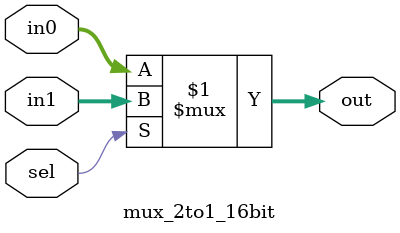
<source format=v>
`timescale 1ns / 1ps


module mux_2to1_16bit (
    input [15:0] in0,
    input [15:0] in1,
    input sel,
    output wire [15:0] out
);
    assign out = sel ? in1 : in0;
endmodule


</source>
